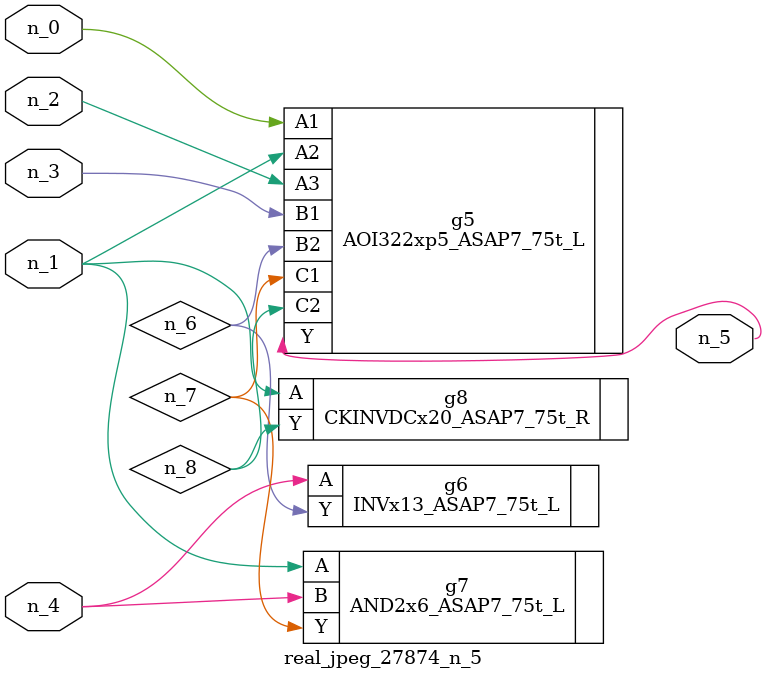
<source format=v>
module real_jpeg_27874_n_5 (n_4, n_0, n_1, n_2, n_3, n_5);

input n_4;
input n_0;
input n_1;
input n_2;
input n_3;

output n_5;

wire n_8;
wire n_6;
wire n_7;

AOI322xp5_ASAP7_75t_L g5 ( 
.A1(n_0),
.A2(n_1),
.A3(n_2),
.B1(n_3),
.B2(n_6),
.C1(n_7),
.C2(n_8),
.Y(n_5)
);

AND2x6_ASAP7_75t_L g7 ( 
.A(n_1),
.B(n_4),
.Y(n_7)
);

CKINVDCx20_ASAP7_75t_R g8 ( 
.A(n_1),
.Y(n_8)
);

INVx13_ASAP7_75t_L g6 ( 
.A(n_4),
.Y(n_6)
);


endmodule
</source>
